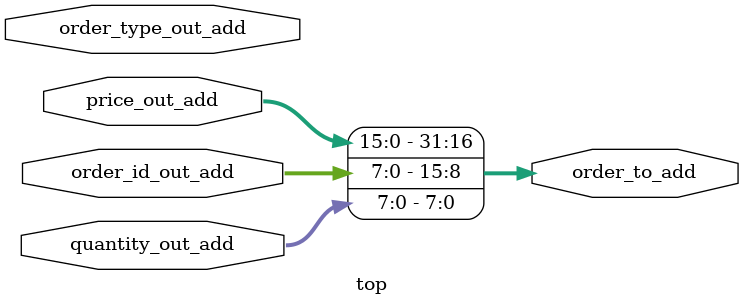
<source format=sv>
parameter PRICE_INDEX = 15;
parameter ORDER_INDEX = 7;
parameter QUANTITY_INDEX = 7;
parameter PRICE_WIDTH = 15;
parameter ID_WIDTH = 15;
parameter QUANT_WIDTH = 7;

typedef struct packed {
    logic [PRICE_INDEX:0] price;
    logic [ORDER_INDEX:0] order_id;
    logic [QUANTITY_INDEX:0] quantity;
} book_entry;

module top(
    input [ID_WIDTH:0] order_id_out_add,
    input [PRICE_WIDTH:0] price_out_add,
    input [QUANT_WIDTH:0] quantity_out_add,
    input order_type_out_add,
    output book_entry order_to_add
);
    assign order_to_add.price = price_out_add;
    assign order_to_add.order_id = order_id_out_add;
    assign order_to_add.quantity = quantity_out_add;
endmodule
</source>
